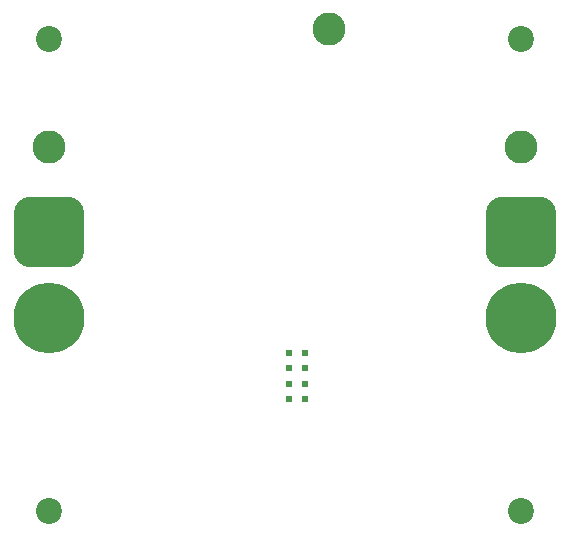
<source format=gbr>
%TF.GenerationSoftware,KiCad,Pcbnew,9.0.3*%
%TF.CreationDate,2025-09-19T13:58:26-05:00*%
%TF.ProjectId,galaxsea_26_pdb,67616c61-7873-4656-915f-32365f706462,rev?*%
%TF.SameCoordinates,Original*%
%TF.FileFunction,Soldermask,Bot*%
%TF.FilePolarity,Negative*%
%FSLAX46Y46*%
G04 Gerber Fmt 4.6, Leading zero omitted, Abs format (unit mm)*
G04 Created by KiCad (PCBNEW 9.0.3) date 2025-09-19 13:58:26*
%MOMM*%
%LPD*%
G01*
G04 APERTURE LIST*
G04 Aperture macros list*
%AMRoundRect*
0 Rectangle with rounded corners*
0 $1 Rounding radius*
0 $2 $3 $4 $5 $6 $7 $8 $9 X,Y pos of 4 corners*
0 Add a 4 corners polygon primitive as box body*
4,1,4,$2,$3,$4,$5,$6,$7,$8,$9,$2,$3,0*
0 Add four circle primitives for the rounded corners*
1,1,$1+$1,$2,$3*
1,1,$1+$1,$4,$5*
1,1,$1+$1,$6,$7*
1,1,$1+$1,$8,$9*
0 Add four rect primitives between the rounded corners*
20,1,$1+$1,$2,$3,$4,$5,0*
20,1,$1+$1,$4,$5,$6,$7,0*
20,1,$1+$1,$6,$7,$8,$9,0*
20,1,$1+$1,$8,$9,$2,$3,0*%
G04 Aperture macros list end*
%ADD10C,6.000000*%
%ADD11RoundRect,1.500000X-1.500000X1.500000X-1.500000X-1.500000X1.500000X-1.500000X1.500000X1.500000X0*%
%ADD12C,0.604000*%
%ADD13C,2.200000*%
%ADD14C,2.800000*%
G04 APERTURE END LIST*
D10*
%TO.C,J2*%
X170000000Y-86400000D03*
D11*
X170000000Y-79200000D03*
%TD*%
D10*
%TO.C,J1*%
X130000000Y-86400000D03*
D11*
X130000000Y-79200000D03*
%TD*%
D12*
%TO.C,U1*%
X150340000Y-89400000D03*
X150340000Y-90700000D03*
X150340000Y-92000000D03*
X150340000Y-93300000D03*
X151640000Y-89400000D03*
X151640000Y-90700000D03*
X151640000Y-92000000D03*
X151640000Y-93300000D03*
%TD*%
D13*
%TO.C,H2*%
X130000000Y-102800000D03*
%TD*%
D14*
%TO.C,TP2*%
X170000000Y-72000000D03*
%TD*%
D13*
%TO.C,H4*%
X170000000Y-62800000D03*
%TD*%
D14*
%TO.C,TP3*%
X153700000Y-62000000D03*
%TD*%
%TO.C,TP1*%
X130000000Y-72000000D03*
%TD*%
D13*
%TO.C,H1*%
X170000000Y-102800000D03*
%TD*%
%TO.C,H3*%
X130000000Y-62800000D03*
%TD*%
M02*

</source>
